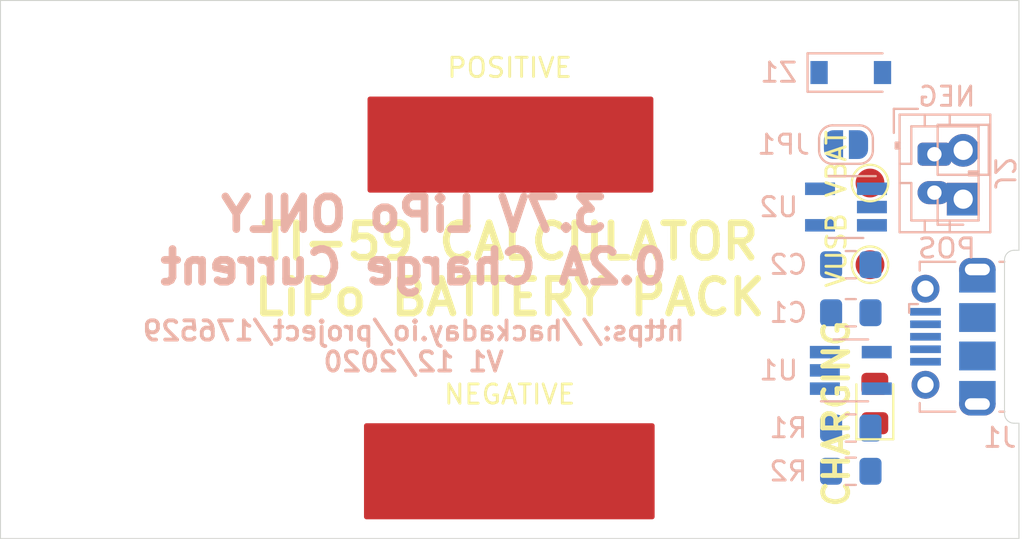
<source format=kicad_pcb>
(kicad_pcb (version 20171130) (host pcbnew "(5.1.6)-1")

  (general
    (thickness 1.6)
    (drawings 119)
    (tracks 0)
    (zones 0)
    (modules 18)
    (nets 9)
  )

  (page A4)
  (layers
    (0 F.Cu signal hide)
    (31 B.Cu signal)
    (32 B.Adhes user hide)
    (33 F.Adhes user hide)
    (34 B.Paste user hide)
    (35 F.Paste user hide)
    (36 B.SilkS user)
    (37 F.SilkS user hide)
    (38 B.Mask user hide)
    (39 F.Mask user hide)
    (40 Dwgs.User user hide)
    (41 Cmts.User user hide)
    (42 Eco1.User user hide)
    (43 Eco2.User user hide)
    (44 Edge.Cuts user)
    (45 Margin user hide)
    (46 B.CrtYd user hide)
    (47 F.CrtYd user hide)
    (48 B.Fab user hide)
    (49 F.Fab user hide)
  )

  (setup
    (last_trace_width 0.25)
    (user_trace_width 0.35)
    (user_trace_width 0.5)
    (user_trace_width 0.7)
    (user_trace_width 1)
    (user_trace_width 1.25)
    (user_trace_width 1.5)
    (user_trace_width 2)
    (trace_clearance 0.2)
    (zone_clearance 0.508)
    (zone_45_only no)
    (trace_min 0.2)
    (via_size 0.8)
    (via_drill 0.4)
    (via_min_size 0.4)
    (via_min_drill 0.3)
    (user_via 1 0.5)
    (user_via 1.4 0.7)
    (uvia_size 0.3)
    (uvia_drill 0.1)
    (uvias_allowed no)
    (uvia_min_size 0.2)
    (uvia_min_drill 0.1)
    (edge_width 0.05)
    (segment_width 0.2)
    (pcb_text_width 0.3)
    (pcb_text_size 1.5 1.5)
    (mod_edge_width 0.12)
    (mod_text_size 1 1)
    (mod_text_width 0.15)
    (pad_size 0.4 1.6)
    (pad_drill 0)
    (pad_to_mask_clearance 0.05)
    (aux_axis_origin 0 0)
    (grid_origin 150 78)
    (visible_elements 7FFFFFFF)
    (pcbplotparams
      (layerselection 0x010fc_ffffffff)
      (usegerberextensions false)
      (usegerberattributes true)
      (usegerberadvancedattributes true)
      (creategerberjobfile true)
      (excludeedgelayer true)
      (linewidth 0.100000)
      (plotframeref false)
      (viasonmask false)
      (mode 1)
      (useauxorigin false)
      (hpglpennumber 1)
      (hpglpenspeed 20)
      (hpglpendiameter 15.000000)
      (psnegative false)
      (psa4output false)
      (plotreference true)
      (plotvalue true)
      (plotinvisibletext false)
      (padsonsilk false)
      (subtractmaskfromsilk false)
      (outputformat 1)
      (mirror false)
      (drillshape 1)
      (scaleselection 1)
      (outputdirectory ""))
  )

  (net 0 "")
  (net 1 GND)
  (net 2 "Net-(D1-Pad1)")
  (net 3 "Net-(J1-Pad2)")
  (net 4 "Net-(R1-Pad1)")
  (net 5 "Net-(R2-Pad1)")
  (net 6 /VUSB)
  (net 7 /VBAT)
  (net 8 /POS)

  (net_class Default "This is the default net class."
    (clearance 0.2)
    (trace_width 0.25)
    (via_dia 0.8)
    (via_drill 0.4)
    (uvia_dia 0.3)
    (uvia_drill 0.1)
    (add_net /POS)
    (add_net /VBAT)
    (add_net /VUSB)
    (add_net GND)
    (add_net "Net-(D1-Pad1)")
    (add_net "Net-(J1-Pad2)")
    (add_net "Net-(R1-Pad1)")
    (add_net "Net-(R2-Pad1)")
  )

  (module LED_SMD:LED_0805_2012Metric_Pad1.15x1.40mm_HandSolder (layer F.Cu) (tedit 5B4B45C9) (tstamp 5FE3D590)
    (at 169 82.975 90)
    (descr "LED SMD 0805 (2012 Metric), square (rectangular) end terminal, IPC_7351 nominal, (Body size source: https://docs.google.com/spreadsheets/d/1BsfQQcO9C6DZCsRaXUlFlo91Tg2WpOkGARC1WS5S8t0/edit?usp=sharing), generated with kicad-footprint-generator")
    (tags "LED handsolder")
    (path /5FA329BC)
    (attr smd)
    (fp_text reference D1 (at 3.25 0 270) (layer F.SilkS) hide
      (effects (font (size 1 1) (thickness 0.15)))
    )
    (fp_text value LED (at 0 2.145 270) (layer F.Fab)
      (effects (font (size 1 1) (thickness 0.15)))
    )
    (fp_line (start 1.85 0.95) (end -1.85 0.95) (layer F.CrtYd) (width 0.05))
    (fp_line (start 1.85 -0.95) (end 1.85 0.95) (layer F.CrtYd) (width 0.05))
    (fp_line (start -1.85 -0.95) (end 1.85 -0.95) (layer F.CrtYd) (width 0.05))
    (fp_line (start -1.85 0.95) (end -1.85 -0.95) (layer F.CrtYd) (width 0.05))
    (fp_line (start -1.86 0.96) (end 1 0.96) (layer F.SilkS) (width 0.12))
    (fp_line (start -1.86 -0.96) (end -1.86 0.96) (layer F.SilkS) (width 0.12))
    (fp_line (start 1 -0.96) (end -1.86 -0.96) (layer F.SilkS) (width 0.12))
    (fp_line (start 1 0.6) (end 1 -0.6) (layer F.Fab) (width 0.1))
    (fp_line (start -1 0.6) (end 1 0.6) (layer F.Fab) (width 0.1))
    (fp_line (start -1 -0.3) (end -1 0.6) (layer F.Fab) (width 0.1))
    (fp_line (start -0.7 -0.6) (end -1 -0.3) (layer F.Fab) (width 0.1))
    (fp_line (start 1 -0.6) (end -0.7 -0.6) (layer F.Fab) (width 0.1))
    (fp_text user %R (at 0 0 270) (layer F.Fab)
      (effects (font (size 0.8 0.8) (thickness 0.12)))
    )
    (pad 2 smd roundrect (at 1.025 0 90) (size 1.15 1.4) (layers F.Cu F.Paste F.Mask) (roundrect_rratio 0.217391)
      (net 6 /VUSB))
    (pad 1 smd roundrect (at -1.025 0 90) (size 1.15 1.4) (layers F.Cu F.Paste F.Mask) (roundrect_rratio 0.217391)
      (net 2 "Net-(D1-Pad1)"))
    (model ${KISYS3DMOD}/LED_SMD.3dshapes/LED_0805_2012Metric.wrl
      (at (xyz 0 0 0))
      (scale (xyz 1 1 1))
      (rotate (xyz 0 0 0))
    )
  )

  (module MountingHole:MountingHole_2mm (layer F.Cu) (tedit 5B924920) (tstamp 5FE15CB5)
    (at 173.75 87.75)
    (descr "Mounting Hole 2mm, no annular")
    (tags "mounting hole 2mm no annular")
    (path /5FA6D864)
    (attr virtual)
    (fp_text reference H1 (at 0 -2.5) (layer F.SilkS) hide
      (effects (font (size 1 1) (thickness 0.15)))
    )
    (fp_text value MountingHole (at 0 3.1) (layer F.Fab)
      (effects (font (size 1 1) (thickness 0.15)))
    )
    (fp_circle (center 0 0) (end 2.25 0) (layer F.CrtYd) (width 0.05))
    (fp_circle (center 0 0) (end 2 0) (layer Cmts.User) (width 0.15))
    (fp_text user %R (at 0.3 0) (layer F.Fab)
      (effects (font (size 1 1) (thickness 0.15)))
    )
    (pad "" np_thru_hole circle (at 0 0) (size 2 2) (drill 2) (layers *.Cu *.Mask))
  )

  (module MountingHole:MountingHole_2mm (layer F.Cu) (tedit 5B924920) (tstamp 5FE16267)
    (at 126.15 64.25)
    (descr "Mounting Hole 2mm, no annular")
    (tags "mounting hole 2mm no annular")
    (path /5FA6FD8A)
    (attr virtual)
    (fp_text reference H2 (at 0.1 2.5) (layer F.SilkS) hide
      (effects (font (size 1 1) (thickness 0.15)))
    )
    (fp_text value MountingHole (at 0 3.1) (layer F.Fab)
      (effects (font (size 1 1) (thickness 0.15)))
    )
    (fp_circle (center 0 0) (end 2.25 0) (layer F.CrtYd) (width 0.05))
    (fp_circle (center 0 0) (end 2 0) (layer Cmts.User) (width 0.15))
    (fp_text user %R (at 0.3 0) (layer F.Fab)
      (effects (font (size 1 1) (thickness 0.15)))
    )
    (pad "" np_thru_hole circle (at 0 0) (size 2 2) (drill 2) (layers *.Cu *.Mask))
  )

  (module TestPoint:TestPoint_Pad_D1.5mm (layer F.Cu) (tedit 5A0F774F) (tstamp 5FE3D651)
    (at 168.75 75.75)
    (descr "SMD pad as test Point, diameter 1.5mm")
    (tags "test point SMD pad")
    (path /5FA6481C)
    (attr virtual)
    (fp_text reference TP1 (at -2.5 0) (layer F.SilkS) hide
      (effects (font (size 1 1) (thickness 0.15)))
    )
    (fp_text value VUSB (at 0 2) (layer F.Fab) hide
      (effects (font (size 1 1) (thickness 0.15)))
    )
    (fp_circle (center 0 0) (end 1.25 0) (layer F.CrtYd) (width 0.05))
    (fp_circle (center 0 0) (end 0 0.95) (layer F.SilkS) (width 0.12))
    (fp_text user %R (at 0 -1.75) (layer F.Fab)
      (effects (font (size 1 1) (thickness 0.15)))
    )
    (fp_text user %V (at -1.75 -0.75 270) (layer F.SilkS)
      (effects (font (size 1 1) (thickness 0.15)))
    )
    (pad 1 smd circle (at 0 0) (size 1.5 1.5) (layers F.Cu F.Mask)
      (net 6 /VUSB))
  )

  (module TestPoint:TestPoint_Pad_D1.5mm (layer F.Cu) (tedit 5A0F774F) (tstamp 5FA4DD4B)
    (at 168.75 71.5 270)
    (descr "SMD pad as test Point, diameter 1.5mm")
    (tags "test point SMD pad")
    (path /5FA6BB86)
    (attr virtual)
    (fp_text reference TP2 (at 0 2.5) (layer F.SilkS) hide
      (effects (font (size 1 1) (thickness 0.15)))
    )
    (fp_text value VBAT (at 1.75 0 180) (layer F.Fab)
      (effects (font (size 1 1) (thickness 0.15)))
    )
    (fp_circle (center 0 0) (end 1.25 0) (layer F.CrtYd) (width 0.05))
    (fp_circle (center 0 0) (end 0 0.95) (layer F.SilkS) (width 0.12))
    (fp_text user %R (at -1.75 0 180) (layer F.Fab) hide
      (effects (font (size 1 1) (thickness 0.15)))
    )
    (fp_text user %V (at -1 1.75 90) (layer F.SilkS)
      (effects (font (size 1 1) (thickness 0.15)))
    )
    (pad 1 smd circle (at 0 0 270) (size 1.5 1.5) (layers F.Cu F.Mask)
      (net 7 /VBAT))
  )

  (module Connector_USB:USB_Micro-B_Molex-105017-0001 (layer B.Cu) (tedit 5FCA4985) (tstamp 5FE16B3C)
    (at 173.1 79.5 270)
    (descr http://www.molex.com/pdm_docs/sd/1050170001_sd.pdf)
    (tags "Micro-USB SMD Typ-B")
    (path /5FA30285)
    (attr smd)
    (fp_text reference J1 (at 5.25 -2.4 180) (layer B.SilkS)
      (effects (font (size 1 1) (thickness 0.15)) (justify mirror))
    )
    (fp_text value USB_B_Micro (at 0.25 -4.5 90) (layer B.Fab)
      (effects (font (size 1 1) (thickness 0.15)) (justify mirror))
    )
    (fp_line (start -1.1 2.1225) (end -1.1 1.9125) (layer B.Fab) (width 0.1))
    (fp_line (start -1.5 2.1225) (end -1.5 1.9125) (layer B.Fab) (width 0.1))
    (fp_line (start -1.5 2.1225) (end -1.1 2.1225) (layer B.Fab) (width 0.1))
    (fp_line (start -1.1 1.9125) (end -1.3 1.7125) (layer B.Fab) (width 0.1))
    (fp_line (start -1.3 1.7125) (end -1.5 1.9125) (layer B.Fab) (width 0.1))
    (fp_line (start -1.7 2.3125) (end -1.7 1.8625) (layer B.SilkS) (width 0.12))
    (fp_line (start -1.7 2.3125) (end -1.25 2.3125) (layer B.SilkS) (width 0.12))
    (fp_line (start 3.9 1.7625) (end 3.45 1.7625) (layer B.SilkS) (width 0.12))
    (fp_line (start 3.9 -0.0875) (end 3.9 1.7625) (layer B.SilkS) (width 0.12))
    (fp_line (start -3.9 -2.6375) (end -3.9 -2.3875) (layer B.SilkS) (width 0.12))
    (fp_line (start -3.75 -3.3875) (end -3.75 1.6125) (layer B.Fab) (width 0.1))
    (fp_line (start -3.75 1.6125) (end 3.75 1.6125) (layer B.Fab) (width 0.1))
    (fp_line (start -3.75 -3.389204) (end 3.75 -3.389204) (layer B.Fab) (width 0.1))
    (fp_line (start -3 -2.689204) (end 3 -2.689204) (layer B.Fab) (width 0.1))
    (fp_line (start 3.75 -3.3875) (end 3.75 1.6125) (layer B.Fab) (width 0.1))
    (fp_line (start 3.9 -2.6375) (end 3.9 -2.3875) (layer B.SilkS) (width 0.12))
    (fp_line (start -3.9 -0.0875) (end -3.9 1.7625) (layer B.SilkS) (width 0.12))
    (fp_line (start -3.9 1.7625) (end -3.45 1.7625) (layer B.SilkS) (width 0.12))
    (fp_line (start -4.4 -3.64) (end -4.4 2.46) (layer B.CrtYd) (width 0.05))
    (fp_line (start -4.4 2.46) (end 4.4 2.46) (layer B.CrtYd) (width 0.05))
    (fp_line (start 4.4 2.46) (end 4.4 -3.64) (layer B.CrtYd) (width 0.05))
    (fp_line (start -4.4 -3.64) (end 4.4 -3.64) (layer B.CrtYd) (width 0.05))
    (fp_text user "PCB Edge" (at 0 -2.6875 90) (layer B.Fab)
      (effects (font (size 0.5 0.5) (thickness 0.08)))
    )
    (fp_text user %R (at 0 -0.8875 90) (layer B.Fab)
      (effects (font (size 1 1) (thickness 0.15)) (justify mirror))
    )
    (pad 6 smd rect (at 1 -1.2375 270) (size 1.5 1.9) (layers B.Cu B.Paste B.Mask)
      (net 1 GND))
    (pad 6 thru_hole circle (at -2.5 1.4625 270) (size 1.45 1.45) (drill 0.85) (layers *.Cu *.Mask)
      (net 1 GND))
    (pad 2 smd rect (at -0.65 1.4625 270) (size 0.4 1.6) (layers B.Cu B.Paste B.Mask)
      (net 3 "Net-(J1-Pad2)"))
    (pad 1 smd rect (at -1.3 1.4625 270) (size 0.4 1.6) (layers B.Cu B.Paste B.Mask)
      (net 6 /VUSB))
    (pad 5 smd rect (at 1.3 1.4625 270) (size 0.4 1.6) (layers B.Cu B.Paste B.Mask)
      (net 1 GND))
    (pad 4 smd rect (at 0.65 1.4625 270) (size 0.4 1.6) (layers B.Cu B.Paste B.Mask)
      (net 1 GND))
    (pad 3 smd rect (at 0 1.4625 270) (size 0.4 1.6) (layers B.Cu B.Paste B.Mask)
      (net 3 "Net-(J1-Pad2)"))
    (pad 6 thru_hole circle (at 2.5 1.4625 270) (size 1.45 1.45) (drill 0.85) (layers *.Cu *.Mask)
      (net 1 GND))
    (pad 6 smd rect (at -1 -1.2375 270) (size 1.5 1.9) (layers B.Cu B.Paste B.Mask)
      (net 1 GND))
    (pad 6 thru_hole oval (at -3.5 -1.2375 90) (size 1.2 1.9) (drill oval 0.6 1.3) (layers *.Cu *.Mask)
      (net 1 GND))
    (pad 6 thru_hole oval (at 3.5 -1.2375 270) (size 1.2 1.9) (drill oval 0.6 1.3) (layers *.Cu *.Mask)
      (net 1 GND))
    (pad 6 smd rect (at 2.9 -1.2375 270) (size 1.2 1.9) (layers B.Cu B.Mask)
      (net 1 GND))
    (pad 6 smd rect (at -2.9 -1.2375 270) (size 1.2 1.9) (layers B.Cu B.Mask)
      (net 1 GND))
    (model ${KIPRJMOD}/105017-0001_stp/1050170001.stp
      (offset (xyz 0 -1 1.2))
      (scale (xyz 1 1 1))
      (rotate (xyz 90 180 180))
    )
  )

  (module Jumper:SolderJumper-2_P1.3mm_Open_RoundedPad1.0x1.5mm (layer B.Cu) (tedit 5B391E66) (tstamp 5FE3D152)
    (at 167.5 69.5 180)
    (descr "SMD Solder Jumper, 1x1.5mm, rounded Pads, 0.3mm gap, open")
    (tags "solder jumper open")
    (path /5FC68823)
    (attr virtual)
    (fp_text reference JP1 (at 3.25 0) (layer B.SilkS)
      (effects (font (size 1 1) (thickness 0.15)) (justify mirror))
    )
    (fp_text value BYPASS (at 3.15 0) (layer B.Fab)
      (effects (font (size 0.5 0.5) (thickness 0.08)) (justify mirror))
    )
    (fp_line (start 1.65 -1.25) (end -1.65 -1.25) (layer B.CrtYd) (width 0.05))
    (fp_line (start 1.65 -1.25) (end 1.65 1.25) (layer B.CrtYd) (width 0.05))
    (fp_line (start -1.65 1.25) (end -1.65 -1.25) (layer B.CrtYd) (width 0.05))
    (fp_line (start -1.65 1.25) (end 1.65 1.25) (layer B.CrtYd) (width 0.05))
    (fp_line (start -0.7 1) (end 0.7 1) (layer B.SilkS) (width 0.12))
    (fp_line (start 1.4 0.3) (end 1.4 -0.3) (layer B.SilkS) (width 0.12))
    (fp_line (start 0.7 -1) (end -0.7 -1) (layer B.SilkS) (width 0.12))
    (fp_line (start -1.4 -0.3) (end -1.4 0.3) (layer B.SilkS) (width 0.12))
    (fp_arc (start 0.7 0.3) (end 1.4 0.3) (angle 90) (layer B.SilkS) (width 0.12))
    (fp_arc (start 0.7 -0.3) (end 0.7 -1) (angle 90) (layer B.SilkS) (width 0.12))
    (fp_arc (start -0.7 -0.3) (end -1.4 -0.3) (angle 90) (layer B.SilkS) (width 0.12))
    (fp_arc (start -0.7 0.3) (end -0.7 1) (angle 90) (layer B.SilkS) (width 0.12))
    (pad 1 smd custom (at -0.65 0 180) (size 1 0.5) (layers B.Cu B.Mask)
      (net 7 /VBAT) (zone_connect 2)
      (options (clearance outline) (anchor rect))
      (primitives
        (gr_circle (center 0 -0.25) (end 0.5 -0.25) (width 0))
        (gr_circle (center 0 0.25) (end 0.5 0.25) (width 0))
        (gr_poly (pts
           (xy 0 0.75) (xy 0.5 0.75) (xy 0.5 -0.75) (xy 0 -0.75)) (width 0))
      ))
    (pad 2 smd custom (at 0.65 0 180) (size 1 0.5) (layers B.Cu B.Mask)
      (net 8 /POS) (zone_connect 2)
      (options (clearance outline) (anchor rect))
      (primitives
        (gr_circle (center 0 -0.25) (end 0.5 -0.25) (width 0))
        (gr_circle (center 0 0.25) (end 0.5 0.25) (width 0))
        (gr_poly (pts
           (xy 0 0.75) (xy -0.5 0.75) (xy -0.5 -0.75) (xy 0 -0.75)) (width 0))
      ))
  )

  (module Diode_SMD:D_SOD-123 (layer B.Cu) (tedit 58645DC7) (tstamp 5FCACDF4)
    (at 167.75 65.75)
    (descr SOD-123)
    (tags SOD-123)
    (path /5FBFFFE1)
    (attr smd)
    (fp_text reference Z1 (at -3.75 0) (layer B.SilkS)
      (effects (font (size 1 1) (thickness 0.15)) (justify mirror))
    )
    (fp_text value MMBZ5231 (at -4.75 0) (layer B.Fab)
      (effects (font (size 0.5 0.5) (thickness 0.08)) (justify mirror))
    )
    (fp_line (start -2.25 1) (end 1.65 1) (layer B.SilkS) (width 0.12))
    (fp_line (start -2.25 -1) (end 1.65 -1) (layer B.SilkS) (width 0.12))
    (fp_line (start -2.35 1.15) (end -2.35 -1.15) (layer B.CrtYd) (width 0.05))
    (fp_line (start 2.35 -1.15) (end -2.35 -1.15) (layer B.CrtYd) (width 0.05))
    (fp_line (start 2.35 1.15) (end 2.35 -1.15) (layer B.CrtYd) (width 0.05))
    (fp_line (start -2.35 1.15) (end 2.35 1.15) (layer B.CrtYd) (width 0.05))
    (fp_line (start -1.4 0.9) (end 1.4 0.9) (layer B.Fab) (width 0.1))
    (fp_line (start 1.4 0.9) (end 1.4 -0.9) (layer B.Fab) (width 0.1))
    (fp_line (start 1.4 -0.9) (end -1.4 -0.9) (layer B.Fab) (width 0.1))
    (fp_line (start -1.4 -0.9) (end -1.4 0.9) (layer B.Fab) (width 0.1))
    (fp_line (start -0.75 0) (end -0.35 0) (layer B.Fab) (width 0.1))
    (fp_line (start -0.35 0) (end -0.35 0.55) (layer B.Fab) (width 0.1))
    (fp_line (start -0.35 0) (end -0.35 -0.55) (layer B.Fab) (width 0.1))
    (fp_line (start -0.35 0) (end 0.25 0.4) (layer B.Fab) (width 0.1))
    (fp_line (start 0.25 0.4) (end 0.25 -0.4) (layer B.Fab) (width 0.1))
    (fp_line (start 0.25 -0.4) (end -0.35 0) (layer B.Fab) (width 0.1))
    (fp_line (start 0.25 0) (end 0.75 0) (layer B.Fab) (width 0.1))
    (fp_line (start -2.25 1) (end -2.25 -1) (layer B.SilkS) (width 0.12))
    (fp_text user %R (at -0.5 -2) (layer B.Fab)
      (effects (font (size 1 1) (thickness 0.15)) (justify mirror))
    )
    (pad 1 smd rect (at -1.65 0) (size 0.9 1.2) (layers B.Cu B.Paste B.Mask)
      (net 8 /POS))
    (pad 2 smd rect (at 1.65 0) (size 0.9 1.2) (layers B.Cu B.Paste B.Mask)
      (net 1 GND))
    (model ${KISYS3DMOD}/Diode_SMD.3dshapes/D_SOD-123.wrl
      (at (xyz 0 0 0))
      (scale (xyz 1 1 1))
      (rotate (xyz 0 0 0))
    )
  )

  (module Connector_JST:JST_PH_B2B-PH-K_1x02_P2.00mm_Vertical (layer B.Cu) (tedit 5B7745C2) (tstamp 5FE16A6E)
    (at 172.1 70 270)
    (descr "JST PH series connector, B2B-PH-K (http://www.jst-mfg.com/product/pdf/eng/ePH.pdf), generated with kicad-footprint-generator")
    (tags "connector JST PH side entry")
    (path /5FA46519)
    (fp_text reference J2 (at 1 -3.65 270 unlocked) (layer B.SilkS)
      (effects (font (size 1 1) (thickness 0.15)) (justify mirror))
    )
    (fp_text value "JST PH 2mm" (at -3.5 1.1 90) (layer B.Fab)
      (effects (font (size 0.5 0.5) (thickness 0.08)) (justify mirror))
    )
    (fp_line (start 4.45 2.2) (end -2.45 2.2) (layer B.CrtYd) (width 0.05))
    (fp_line (start 4.45 -3.3) (end 4.45 2.2) (layer B.CrtYd) (width 0.05))
    (fp_line (start -2.45 -3.3) (end 4.45 -3.3) (layer B.CrtYd) (width 0.05))
    (fp_line (start -2.45 2.2) (end -2.45 -3.3) (layer B.CrtYd) (width 0.05))
    (fp_line (start 3.95 1.7) (end -1.95 1.7) (layer B.Fab) (width 0.1))
    (fp_line (start 3.95 -2.8) (end 3.95 1.7) (layer B.Fab) (width 0.1))
    (fp_line (start -1.95 -2.8) (end 3.95 -2.8) (layer B.Fab) (width 0.1))
    (fp_line (start -1.95 1.7) (end -1.95 -2.8) (layer B.Fab) (width 0.1))
    (fp_line (start -2.36 2.11) (end -2.36 0.86) (layer B.Fab) (width 0.1))
    (fp_line (start -1.11 2.11) (end -2.36 2.11) (layer B.Fab) (width 0.1))
    (fp_line (start -2.36 2.11) (end -2.36 0.86) (layer B.SilkS) (width 0.12))
    (fp_line (start -1.11 2.11) (end -2.36 2.11) (layer B.SilkS) (width 0.12))
    (fp_line (start 1 -2.3) (end 1 -1.8) (layer B.SilkS) (width 0.12))
    (fp_line (start 1.1 -1.8) (end 1.1 -2.3) (layer B.SilkS) (width 0.12))
    (fp_line (start 0.9 -1.8) (end 1.1 -1.8) (layer B.SilkS) (width 0.12))
    (fp_line (start 0.9 -2.3) (end 0.9 -1.8) (layer B.SilkS) (width 0.12))
    (fp_line (start 4.06 -0.8) (end 3.45 -0.8) (layer B.SilkS) (width 0.12))
    (fp_line (start 4.06 0.5) (end 3.45 0.5) (layer B.SilkS) (width 0.12))
    (fp_line (start -2.06 -0.8) (end -1.45 -0.8) (layer B.SilkS) (width 0.12))
    (fp_line (start -2.06 0.5) (end -1.45 0.5) (layer B.SilkS) (width 0.12))
    (fp_line (start 1.5 1.2) (end 1.5 1.81) (layer B.SilkS) (width 0.12))
    (fp_line (start 3.45 1.2) (end 1.5 1.2) (layer B.SilkS) (width 0.12))
    (fp_line (start 3.45 -2.3) (end 3.45 1.2) (layer B.SilkS) (width 0.12))
    (fp_line (start -1.45 -2.3) (end 3.45 -2.3) (layer B.SilkS) (width 0.12))
    (fp_line (start -1.45 1.2) (end -1.45 -2.3) (layer B.SilkS) (width 0.12))
    (fp_line (start 0.5 1.2) (end -1.45 1.2) (layer B.SilkS) (width 0.12))
    (fp_line (start 0.5 1.81) (end 0.5 1.2) (layer B.SilkS) (width 0.12))
    (fp_line (start -0.3 1.91) (end -0.6 1.91) (layer B.SilkS) (width 0.12))
    (fp_line (start -0.6 2.01) (end -0.6 1.81) (layer B.SilkS) (width 0.12))
    (fp_line (start -0.3 2.01) (end -0.6 2.01) (layer B.SilkS) (width 0.12))
    (fp_line (start -0.3 1.81) (end -0.3 2.01) (layer B.SilkS) (width 0.12))
    (fp_line (start 4.06 1.81) (end -2.06 1.81) (layer B.SilkS) (width 0.12))
    (fp_line (start 4.06 -2.91) (end 4.06 1.81) (layer B.SilkS) (width 0.12))
    (fp_line (start -2.06 -2.91) (end 4.06 -2.91) (layer B.SilkS) (width 0.12))
    (fp_line (start -2.06 1.81) (end -2.06 -2.91) (layer B.SilkS) (width 0.12))
    (fp_text user %R (at 1 -1.5 90) (layer B.Fab)
      (effects (font (size 1 1) (thickness 0.15)) (justify mirror))
    )
    (pad 1 thru_hole roundrect (at 0 0 270) (size 1.2 1.75) (drill 0.75) (layers *.Cu *.Mask) (roundrect_rratio 0.208333)
      (net 1 GND))
    (pad 2 thru_hole oval (at 2 0 270) (size 1.2 1.75) (drill 0.75) (layers *.Cu *.Mask)
      (net 7 /VBAT))
    (model ${KISYS3DMOD}/Connector_JST.3dshapes/JST_PH_B2B-PH-K_1x02_P2.00mm_Vertical.wrl
      (at (xyz 0 0 0))
      (scale (xyz 1 1 1))
      (rotate (xyz 0 0 0))
    )
  )

  (module Connector_PinHeader_2.54mm:PinHeader_1x02_P2.54mm_Vertical (layer B.Cu) (tedit 59FED5CC) (tstamp 5FCA6D78)
    (at 173.6 72.34)
    (descr "Through hole straight pin header, 1x02, 2.54mm pitch, single row")
    (tags "Through hole pin header THT 1x02 2.54mm single row")
    (path /5FA5D61E)
    (fp_text reference J3 (at 0 2.33) (layer B.SilkS) hide
      (effects (font (size 1 1) (thickness 0.15)) (justify mirror))
    )
    (fp_text value 2.54mm (at 0.65 -5.84 90) (layer B.Fab)
      (effects (font (size 0.5 0.5) (thickness 0.08)) (justify mirror))
    )
    (fp_line (start 1.8 1.8) (end -1.8 1.8) (layer B.CrtYd) (width 0.05))
    (fp_line (start 1.8 -4.35) (end 1.8 1.8) (layer B.CrtYd) (width 0.05))
    (fp_line (start -1.8 -4.35) (end 1.8 -4.35) (layer B.CrtYd) (width 0.05))
    (fp_line (start -1.8 1.8) (end -1.8 -4.35) (layer B.CrtYd) (width 0.05))
    (fp_line (start -1.33 1.33) (end 0 1.33) (layer B.SilkS) (width 0.12))
    (fp_line (start -1.33 0) (end -1.33 1.33) (layer B.SilkS) (width 0.12))
    (fp_line (start -1.33 -1.27) (end 1.33 -1.27) (layer B.SilkS) (width 0.12))
    (fp_line (start 1.33 -1.27) (end 1.33 -3.87) (layer B.SilkS) (width 0.12))
    (fp_line (start -1.33 -1.27) (end -1.33 -3.87) (layer B.SilkS) (width 0.12))
    (fp_line (start -1.33 -3.87) (end 1.33 -3.87) (layer B.SilkS) (width 0.12))
    (fp_line (start -1.27 0.635) (end -0.635 1.27) (layer B.Fab) (width 0.1))
    (fp_line (start -1.27 -3.81) (end -1.27 0.635) (layer B.Fab) (width 0.1))
    (fp_line (start 1.27 -3.81) (end -1.27 -3.81) (layer B.Fab) (width 0.1))
    (fp_line (start 1.27 1.27) (end 1.27 -3.81) (layer B.Fab) (width 0.1))
    (fp_line (start -0.635 1.27) (end 1.27 1.27) (layer B.Fab) (width 0.1))
    (fp_text user %R (at 0 -1.27 270) (layer B.Fab)
      (effects (font (size 1 1) (thickness 0.15)) (justify mirror))
    )
    (pad 1 thru_hole rect (at 0 0) (size 1.7 1.7) (drill 1) (layers *.Cu *.Mask)
      (net 7 /VBAT))
    (pad 2 thru_hole oval (at 0 -2.54) (size 1.7 1.7) (drill 1) (layers *.Cu *.Mask)
      (net 1 GND))
    (model ${KISYS3DMOD}/Connector_PinHeader_2.54mm.3dshapes/PinHeader_1x02_P2.54mm_Vertical.wrl
      (at (xyz 0 0 0))
      (scale (xyz 1 1 1))
      (rotate (xyz 0 0 0))
    )
  )

  (module MountingHole:MountingHole_2mm (layer F.Cu) (tedit 5B924920) (tstamp 5FE161D8)
    (at 126 87.75)
    (descr "Mounting Hole 2mm, no annular")
    (tags "mounting hole 2mm no annular")
    (path /5FE17461)
    (attr virtual)
    (fp_text reference H3 (at 0 -2.5) (layer F.SilkS) hide
      (effects (font (size 1 1) (thickness 0.15)))
    )
    (fp_text value MountingHole (at 0 3.1) (layer F.Fab)
      (effects (font (size 1 1) (thickness 0.15)))
    )
    (fp_circle (center 0 0) (end 2 0) (layer Cmts.User) (width 0.15))
    (fp_circle (center 0 0) (end 2.25 0) (layer F.CrtYd) (width 0.05))
    (fp_text user %R (at 0.3 0) (layer F.Fab)
      (effects (font (size 1 1) (thickness 0.15)))
    )
    (pad "" np_thru_hole circle (at 0 0) (size 2 2) (drill 2) (layers *.Cu *.Mask))
  )

  (module MountingHole:MountingHole_2mm (layer F.Cu) (tedit 5B924920) (tstamp 5FE161E0)
    (at 173.75 64.25)
    (descr "Mounting Hole 2mm, no annular")
    (tags "mounting hole 2mm no annular")
    (path /5FE17467)
    (attr virtual)
    (fp_text reference H4 (at 0 2.5) (layer F.SilkS) hide
      (effects (font (size 1 1) (thickness 0.15)))
    )
    (fp_text value MountingHole (at 0 3.1) (layer F.Fab)
      (effects (font (size 1 1) (thickness 0.15)))
    )
    (fp_circle (center 0 0) (end 2.25 0) (layer F.CrtYd) (width 0.05))
    (fp_circle (center 0 0) (end 2 0) (layer Cmts.User) (width 0.15))
    (fp_text user %R (at 0.3 0) (layer F.Fab)
      (effects (font (size 1 1) (thickness 0.15)))
    )
    (pad "" np_thru_hole circle (at 0 0) (size 2 2) (drill 2) (layers *.Cu *.Mask))
  )

  (module Capacitor_SMD:C_0805_2012Metric_Pad1.15x1.40mm_HandSolder (layer B.Cu) (tedit 5B36C52B) (tstamp 5FE80DB3)
    (at 167.75 78.25 180)
    (descr "Capacitor SMD 0805 (2012 Metric), square (rectangular) end terminal, IPC_7351 nominal with elongated pad for handsoldering. (Body size source: https://docs.google.com/spreadsheets/d/1BsfQQcO9C6DZCsRaXUlFlo91Tg2WpOkGARC1WS5S8t0/edit?usp=sharing), generated with kicad-footprint-generator")
    (tags "capacitor handsolder")
    (path /5FA386FD)
    (attr smd)
    (fp_text reference C1 (at 3.25 0) (layer B.SilkS)
      (effects (font (size 1 1) (thickness 0.15)) (justify mirror))
    )
    (fp_text value 4.7uF (at 0 -1.65) (layer B.Fab)
      (effects (font (size 1 1) (thickness 0.15)) (justify mirror))
    )
    (fp_text user %R (at 0 0) (layer B.Fab)
      (effects (font (size 0.5 0.5) (thickness 0.08)) (justify mirror))
    )
    (fp_line (start -1 -0.6) (end -1 0.6) (layer B.Fab) (width 0.1))
    (fp_line (start -1 0.6) (end 1 0.6) (layer B.Fab) (width 0.1))
    (fp_line (start 1 0.6) (end 1 -0.6) (layer B.Fab) (width 0.1))
    (fp_line (start 1 -0.6) (end -1 -0.6) (layer B.Fab) (width 0.1))
    (fp_line (start -0.261252 0.71) (end 0.261252 0.71) (layer B.SilkS) (width 0.12))
    (fp_line (start -0.261252 -0.71) (end 0.261252 -0.71) (layer B.SilkS) (width 0.12))
    (fp_line (start -1.85 -0.95) (end -1.85 0.95) (layer B.CrtYd) (width 0.05))
    (fp_line (start -1.85 0.95) (end 1.85 0.95) (layer B.CrtYd) (width 0.05))
    (fp_line (start 1.85 0.95) (end 1.85 -0.95) (layer B.CrtYd) (width 0.05))
    (fp_line (start 1.85 -0.95) (end -1.85 -0.95) (layer B.CrtYd) (width 0.05))
    (pad 2 smd roundrect (at 1.025 0 180) (size 1.15 1.4) (layers B.Cu B.Paste B.Mask) (roundrect_rratio 0.217391)
      (net 1 GND))
    (pad 1 smd roundrect (at -1.025 0 180) (size 1.15 1.4) (layers B.Cu B.Paste B.Mask) (roundrect_rratio 0.217391)
      (net 6 /VUSB))
    (model ${KISYS3DMOD}/Capacitor_SMD.3dshapes/C_0805_2012Metric.wrl
      (at (xyz 0 0 0))
      (scale (xyz 1 1 1))
      (rotate (xyz 0 0 0))
    )
  )

  (module Capacitor_SMD:C_0805_2012Metric_Pad1.15x1.40mm_HandSolder (layer B.Cu) (tedit 5B36C52B) (tstamp 5FE80DC3)
    (at 167.75 75.75 180)
    (descr "Capacitor SMD 0805 (2012 Metric), square (rectangular) end terminal, IPC_7351 nominal with elongated pad for handsoldering. (Body size source: https://docs.google.com/spreadsheets/d/1BsfQQcO9C6DZCsRaXUlFlo91Tg2WpOkGARC1WS5S8t0/edit?usp=sharing), generated with kicad-footprint-generator")
    (tags "capacitor handsolder")
    (path /5FB54FB6)
    (attr smd)
    (fp_text reference C2 (at 3.25 0) (layer B.SilkS)
      (effects (font (size 1 1) (thickness 0.15)) (justify mirror))
    )
    (fp_text value 4.7uF (at 0 -1.65) (layer B.Fab)
      (effects (font (size 1 1) (thickness 0.15)) (justify mirror))
    )
    (fp_line (start 1.85 -0.95) (end -1.85 -0.95) (layer B.CrtYd) (width 0.05))
    (fp_line (start 1.85 0.95) (end 1.85 -0.95) (layer B.CrtYd) (width 0.05))
    (fp_line (start -1.85 0.95) (end 1.85 0.95) (layer B.CrtYd) (width 0.05))
    (fp_line (start -1.85 -0.95) (end -1.85 0.95) (layer B.CrtYd) (width 0.05))
    (fp_line (start -0.261252 -0.71) (end 0.261252 -0.71) (layer B.SilkS) (width 0.12))
    (fp_line (start -0.261252 0.71) (end 0.261252 0.71) (layer B.SilkS) (width 0.12))
    (fp_line (start 1 -0.6) (end -1 -0.6) (layer B.Fab) (width 0.1))
    (fp_line (start 1 0.6) (end 1 -0.6) (layer B.Fab) (width 0.1))
    (fp_line (start -1 0.6) (end 1 0.6) (layer B.Fab) (width 0.1))
    (fp_line (start -1 -0.6) (end -1 0.6) (layer B.Fab) (width 0.1))
    (fp_text user %R (at 0 0) (layer B.Fab)
      (effects (font (size 0.5 0.5) (thickness 0.08)) (justify mirror))
    )
    (pad 1 smd roundrect (at -1.025 0 180) (size 1.15 1.4) (layers B.Cu B.Paste B.Mask) (roundrect_rratio 0.217391)
      (net 7 /VBAT))
    (pad 2 smd roundrect (at 1.025 0 180) (size 1.15 1.4) (layers B.Cu B.Paste B.Mask) (roundrect_rratio 0.217391)
      (net 1 GND))
    (model ${KISYS3DMOD}/Capacitor_SMD.3dshapes/C_0805_2012Metric.wrl
      (at (xyz 0 0 0))
      (scale (xyz 1 1 1))
      (rotate (xyz 0 0 0))
    )
  )

  (module Resistor_SMD:R_0805_2012Metric_Pad1.15x1.40mm_HandSolder (layer B.Cu) (tedit 5B36C52B) (tstamp 5FE80E4D)
    (at 167.75 84.25 180)
    (descr "Resistor SMD 0805 (2012 Metric), square (rectangular) end terminal, IPC_7351 nominal with elongated pad for handsoldering. (Body size source: https://docs.google.com/spreadsheets/d/1BsfQQcO9C6DZCsRaXUlFlo91Tg2WpOkGARC1WS5S8t0/edit?usp=sharing), generated with kicad-footprint-generator")
    (tags "resistor handsolder")
    (path /5FA320F0)
    (attr smd)
    (fp_text reference R1 (at 3.25 0) (layer B.SilkS)
      (effects (font (size 1 1) (thickness 0.15)) (justify mirror))
    )
    (fp_text value 4.7K (at 0 -1.65) (layer B.Fab)
      (effects (font (size 1 1) (thickness 0.15)) (justify mirror))
    )
    (fp_line (start 1.85 -0.95) (end -1.85 -0.95) (layer B.CrtYd) (width 0.05))
    (fp_line (start 1.85 0.95) (end 1.85 -0.95) (layer B.CrtYd) (width 0.05))
    (fp_line (start -1.85 0.95) (end 1.85 0.95) (layer B.CrtYd) (width 0.05))
    (fp_line (start -1.85 -0.95) (end -1.85 0.95) (layer B.CrtYd) (width 0.05))
    (fp_line (start -0.261252 -0.71) (end 0.261252 -0.71) (layer B.SilkS) (width 0.12))
    (fp_line (start -0.261252 0.71) (end 0.261252 0.71) (layer B.SilkS) (width 0.12))
    (fp_line (start 1 -0.6) (end -1 -0.6) (layer B.Fab) (width 0.1))
    (fp_line (start 1 0.6) (end 1 -0.6) (layer B.Fab) (width 0.1))
    (fp_line (start -1 0.6) (end 1 0.6) (layer B.Fab) (width 0.1))
    (fp_line (start -1 -0.6) (end -1 0.6) (layer B.Fab) (width 0.1))
    (fp_text user %R (at 0 0) (layer B.Fab)
      (effects (font (size 0.5 0.5) (thickness 0.08)) (justify mirror))
    )
    (pad 1 smd roundrect (at -1.025 0 180) (size 1.15 1.4) (layers B.Cu B.Paste B.Mask) (roundrect_rratio 0.217391)
      (net 4 "Net-(R1-Pad1)"))
    (pad 2 smd roundrect (at 1.025 0 180) (size 1.15 1.4) (layers B.Cu B.Paste B.Mask) (roundrect_rratio 0.217391)
      (net 1 GND))
    (model ${KISYS3DMOD}/Resistor_SMD.3dshapes/R_0805_2012Metric.wrl
      (at (xyz 0 0 0))
      (scale (xyz 1 1 1))
      (rotate (xyz 0 0 0))
    )
  )

  (module Resistor_SMD:R_0805_2012Metric_Pad1.15x1.40mm_HandSolder (layer B.Cu) (tedit 5B36C52B) (tstamp 5FE80DE3)
    (at 167.75 86.5)
    (descr "Resistor SMD 0805 (2012 Metric), square (rectangular) end terminal, IPC_7351 nominal with elongated pad for handsoldering. (Body size source: https://docs.google.com/spreadsheets/d/1BsfQQcO9C6DZCsRaXUlFlo91Tg2WpOkGARC1WS5S8t0/edit?usp=sharing), generated with kicad-footprint-generator")
    (tags "resistor handsolder")
    (path /5FA33B5B)
    (attr smd)
    (fp_text reference R2 (at -3.25 0) (layer B.SilkS)
      (effects (font (size 1 1) (thickness 0.15)) (justify mirror))
    )
    (fp_text value 470 (at 0 -1.65) (layer B.Fab)
      (effects (font (size 1 1) (thickness 0.15)) (justify mirror))
    )
    (fp_text user %R (at 0 0) (layer B.Fab)
      (effects (font (size 0.5 0.5) (thickness 0.08)) (justify mirror))
    )
    (fp_line (start -1 -0.6) (end -1 0.6) (layer B.Fab) (width 0.1))
    (fp_line (start -1 0.6) (end 1 0.6) (layer B.Fab) (width 0.1))
    (fp_line (start 1 0.6) (end 1 -0.6) (layer B.Fab) (width 0.1))
    (fp_line (start 1 -0.6) (end -1 -0.6) (layer B.Fab) (width 0.1))
    (fp_line (start -0.261252 0.71) (end 0.261252 0.71) (layer B.SilkS) (width 0.12))
    (fp_line (start -0.261252 -0.71) (end 0.261252 -0.71) (layer B.SilkS) (width 0.12))
    (fp_line (start -1.85 -0.95) (end -1.85 0.95) (layer B.CrtYd) (width 0.05))
    (fp_line (start -1.85 0.95) (end 1.85 0.95) (layer B.CrtYd) (width 0.05))
    (fp_line (start 1.85 0.95) (end 1.85 -0.95) (layer B.CrtYd) (width 0.05))
    (fp_line (start 1.85 -0.95) (end -1.85 -0.95) (layer B.CrtYd) (width 0.05))
    (pad 2 smd roundrect (at 1.025 0) (size 1.15 1.4) (layers B.Cu B.Paste B.Mask) (roundrect_rratio 0.217391)
      (net 2 "Net-(D1-Pad1)"))
    (pad 1 smd roundrect (at -1.025 0) (size 1.15 1.4) (layers B.Cu B.Paste B.Mask) (roundrect_rratio 0.217391)
      (net 5 "Net-(R2-Pad1)"))
    (model ${KISYS3DMOD}/Resistor_SMD.3dshapes/R_0805_2012Metric.wrl
      (at (xyz 0 0 0))
      (scale (xyz 1 1 1))
      (rotate (xyz 0 0 0))
    )
  )

  (module Package_TO_SOT_SMD:SOT-23-5_HandSoldering (layer B.Cu) (tedit 5A0AB76C) (tstamp 5FE80DF3)
    (at 167.75 81.25)
    (descr "5-pin SOT23 package")
    (tags "SOT-23-5 hand-soldering")
    (path /5FA2FB74)
    (attr smd)
    (fp_text reference U1 (at -3.75 0) (layer B.SilkS)
      (effects (font (size 1 1) (thickness 0.15)) (justify mirror))
    )
    (fp_text value MCP73831-2-OT (at 0 -2.9) (layer B.Fab)
      (effects (font (size 1 1) (thickness 0.15)) (justify mirror))
    )
    (fp_line (start 2.38 -1.8) (end -2.38 -1.8) (layer B.CrtYd) (width 0.05))
    (fp_line (start 2.38 -1.8) (end 2.38 1.8) (layer B.CrtYd) (width 0.05))
    (fp_line (start -2.38 1.8) (end -2.38 -1.8) (layer B.CrtYd) (width 0.05))
    (fp_line (start -2.38 1.8) (end 2.38 1.8) (layer B.CrtYd) (width 0.05))
    (fp_line (start 0.9 1.55) (end 0.9 -1.55) (layer B.Fab) (width 0.1))
    (fp_line (start 0.9 -1.55) (end -0.9 -1.55) (layer B.Fab) (width 0.1))
    (fp_line (start -0.9 0.9) (end -0.9 -1.55) (layer B.Fab) (width 0.1))
    (fp_line (start 0.9 1.55) (end -0.25 1.55) (layer B.Fab) (width 0.1))
    (fp_line (start -0.9 0.9) (end -0.25 1.55) (layer B.Fab) (width 0.1))
    (fp_line (start 0.9 1.61) (end -1.55 1.61) (layer B.SilkS) (width 0.12))
    (fp_line (start -0.9 -1.61) (end 0.9 -1.61) (layer B.SilkS) (width 0.12))
    (fp_text user %R (at 0 0 -90) (layer B.Fab)
      (effects (font (size 0.5 0.5) (thickness 0.075)) (justify mirror))
    )
    (pad 1 smd rect (at -1.35 0.95) (size 1.56 0.65) (layers B.Cu B.Paste B.Mask)
      (net 5 "Net-(R2-Pad1)"))
    (pad 2 smd rect (at -1.35 0) (size 1.56 0.65) (layers B.Cu B.Paste B.Mask)
      (net 1 GND))
    (pad 3 smd rect (at -1.35 -0.95) (size 1.56 0.65) (layers B.Cu B.Paste B.Mask)
      (net 7 /VBAT))
    (pad 4 smd rect (at 1.35 -0.95) (size 1.56 0.65) (layers B.Cu B.Paste B.Mask)
      (net 6 /VUSB))
    (pad 5 smd rect (at 1.35 0.95) (size 1.56 0.65) (layers B.Cu B.Paste B.Mask)
      (net 4 "Net-(R1-Pad1)"))
    (model ${KISYS3DMOD}/Package_TO_SOT_SMD.3dshapes/SOT-23-5.wrl
      (at (xyz 0 0 0))
      (scale (xyz 1 1 1))
      (rotate (xyz 0 0 0))
    )
  )

  (module Package_TO_SOT_SMD:SOT-23-5_HandSoldering (layer B.Cu) (tedit 5A0AB76C) (tstamp 5FE80E07)
    (at 167.5 72.75 180)
    (descr "5-pin SOT23 package")
    (tags "SOT-23-5 hand-soldering")
    (path /5FBF563B)
    (attr smd)
    (fp_text reference U2 (at 3.5 0) (layer B.SilkS)
      (effects (font (size 1 1) (thickness 0.15)) (justify mirror))
    )
    (fp_text value MAX40203AUK (at 0 -2.9) (layer B.Fab)
      (effects (font (size 1 1) (thickness 0.15)) (justify mirror))
    )
    (fp_text user %R (at 0 0 270) (layer B.Fab)
      (effects (font (size 0.5 0.5) (thickness 0.075)) (justify mirror))
    )
    (fp_line (start -0.9 -1.61) (end 0.9 -1.61) (layer B.SilkS) (width 0.12))
    (fp_line (start 0.9 1.61) (end -1.55 1.61) (layer B.SilkS) (width 0.12))
    (fp_line (start -0.9 0.9) (end -0.25 1.55) (layer B.Fab) (width 0.1))
    (fp_line (start 0.9 1.55) (end -0.25 1.55) (layer B.Fab) (width 0.1))
    (fp_line (start -0.9 0.9) (end -0.9 -1.55) (layer B.Fab) (width 0.1))
    (fp_line (start 0.9 -1.55) (end -0.9 -1.55) (layer B.Fab) (width 0.1))
    (fp_line (start 0.9 1.55) (end 0.9 -1.55) (layer B.Fab) (width 0.1))
    (fp_line (start -2.38 1.8) (end 2.38 1.8) (layer B.CrtYd) (width 0.05))
    (fp_line (start -2.38 1.8) (end -2.38 -1.8) (layer B.CrtYd) (width 0.05))
    (fp_line (start 2.38 -1.8) (end 2.38 1.8) (layer B.CrtYd) (width 0.05))
    (fp_line (start 2.38 -1.8) (end -2.38 -1.8) (layer B.CrtYd) (width 0.05))
    (pad 5 smd rect (at 1.35 0.95 180) (size 1.56 0.65) (layers B.Cu B.Paste B.Mask)
      (net 8 /POS))
    (pad 4 smd rect (at 1.35 -0.95 180) (size 1.56 0.65) (layers B.Cu B.Paste B.Mask))
    (pad 3 smd rect (at -1.35 -0.95 180) (size 1.56 0.65) (layers B.Cu B.Paste B.Mask)
      (net 7 /VBAT))
    (pad 2 smd rect (at -1.35 0 180) (size 1.56 0.65) (layers B.Cu B.Paste B.Mask)
      (net 1 GND))
    (pad 1 smd rect (at -1.35 0.95 180) (size 1.56 0.65) (layers B.Cu B.Paste B.Mask)
      (net 7 /VBAT))
    (model ${KISYS3DMOD}/Package_TO_SOT_SMD.3dshapes/SOT-23-5.wrl
      (at (xyz 0 0 0))
      (scale (xyz 1 1 1))
      (rotate (xyz 0 0 0))
    )
  )

  (gr_line (start 151.6 77.997868) (end 148.5 77.997868) (layer Dwgs.User) (width 0.15))
  (gr_line (start 157.5 83.9) (end 145.6 72) (layer Dwgs.User) (width 0.15))
  (gr_line (start 142.5 84) (end 154.6 71.9) (layer Dwgs.User) (width 0.15))
  (gr_line (start 157.5 72) (end 145.6 83.9) (layer Dwgs.User) (width 0.15))
  (gr_line (start 142.5 72) (end 154.5 84) (layer Dwgs.User) (width 0.15))
  (gr_line (start 175.5 66.75) (end 175.5 85.25) (layer Margin) (width 0.15))
  (gr_line (start 124.75 85.25) (end 124.75 66.75) (layer Margin) (width 0.15))
  (gr_line (start 169 63) (end 169 89) (layer Margin) (width 0.12))
  (gr_line (start 129 89) (end 129 63) (layer Margin) (width 0.12))
  (gr_line (start 129 89.5) (end 129 89.25) (layer Dwgs.User) (width 0.15))
  (gr_line (start 129 62.5) (end 129 89.5) (layer Dwgs.User) (width 0.15))
  (gr_line (start 128.25 66.75) (end 128.25 62) (layer Margin) (width 0.15))
  (gr_line (start 123.5 66.75) (end 128.25 66.75) (layer Margin) (width 0.15))
  (gr_line (start 128.25 85.25) (end 123.5 85.25) (layer Margin) (width 0.15))
  (gr_line (start 128.25 90) (end 128.25 85.25) (layer Margin) (width 0.15))
  (gr_line (start 171.75 85.25) (end 171.75 90) (layer Margin) (width 0.15))
  (gr_line (start 176.5 85.25) (end 171.75 85.25) (layer Margin) (width 0.15))
  (gr_line (start 171.75 66.75) (end 171.75 62) (layer Margin) (width 0.15))
  (gr_line (start 176.5 66.75) (end 171.75 66.75) (layer Margin) (width 0.15))
  (gr_line (start 174.15357 88.10356) (end 173.80001 88.25) (layer Dwgs.User) (width 0.2))
  (gr_line (start 173.30001 87.75) (end 173.44646 87.39645) (layer Dwgs.User) (width 0.2))
  (gr_line (start 126.7 64.25) (end 126.5536 64.6036) (layer Dwgs.User) (width 0.2))
  (gr_line (start 125.8465 63.896501) (end 126.2 63.75) (layer Dwgs.User) (width 0.2))
  (gr_line (start 174.15357 64.6036) (end 173.80001 64.75) (layer Dwgs.User) (width 0.2))
  (gr_line (start 173.44646 63.896501) (end 173.80001 63.75) (layer Dwgs.User) (width 0.2))
  (gr_line (start 174.15357 87.39645) (end 174.30001 87.75) (layer Dwgs.User) (width 0.2))
  (gr_line (start 173.80001 87.25) (end 174.15357 87.39645) (layer Dwgs.User) (width 0.2))
  (gr_line (start 126.2 63.75) (end 126.5536 63.896501) (layer Dwgs.User) (width 0.2))
  (gr_line (start 125.7 64.25) (end 125.8465 63.896501) (layer Dwgs.User) (width 0.2))
  (gr_line (start 173.44646 64.6036) (end 173.30001 64.25) (layer Dwgs.User) (width 0.2))
  (gr_line (start 126.2 64.75) (end 125.8465 64.6036) (layer Dwgs.User) (width 0.2))
  (gr_line (start 157.5 84) (end 157.5 89) (layer Dwgs.User) (width 0.2))
  (gr_line (start 174.15357 63.896501) (end 174.30001 64.25) (layer Dwgs.User) (width 0.2))
  (gr_line (start 157.5 67) (end 157.5 72) (layer Dwgs.User) (width 0.2))
  (gr_line (start 126.5536 88.10356) (end 126.2 88.25) (layer Dwgs.User) (width 0.2))
  (gr_line (start 173.80001 88.25) (end 173.44646 88.10356) (layer Dwgs.User) (width 0.2))
  (gr_line (start 174.30001 64.25) (end 174.15357 64.6036) (layer Dwgs.User) (width 0.2))
  (gr_line (start 173.80001 63.75) (end 174.15357 63.896501) (layer Dwgs.User) (width 0.2))
  (gr_line (start 126.2 88.25) (end 125.8465 88.10356) (layer Dwgs.User) (width 0.2))
  (gr_line (start 173.44646 88.10356) (end 173.30001 87.75) (layer Dwgs.User) (width 0.2))
  (gr_line (start 125.8465 88.10356) (end 125.7 87.75) (layer Dwgs.User) (width 0.2))
  (gr_line (start 174.30001 87.75) (end 174.15357 88.10356) (layer Dwgs.User) (width 0.2))
  (gr_line (start 173.44646 87.39645) (end 173.80001 87.25) (layer Dwgs.User) (width 0.2))
  (gr_line (start 173.80001 64.75) (end 173.44646 64.6036) (layer Dwgs.User) (width 0.2))
  (gr_line (start 126.2 87.25) (end 126.5536 87.39645) (layer Dwgs.User) (width 0.2))
  (gr_line (start 157.5 72) (end 142.5 72) (layer Dwgs.User) (width 0.2))
  (gr_line (start 142.5 89) (end 142.5 84) (layer Dwgs.User) (width 0.2))
  (gr_line (start 157.5 89) (end 142.5 89) (layer Dwgs.User) (width 0.2))
  (gr_line (start 126.7 87.75) (end 126.5536 88.10356) (layer Dwgs.User) (width 0.2))
  (gr_line (start 173.30001 64.25) (end 173.44646 63.896501) (layer Dwgs.User) (width 0.2))
  (gr_line (start 125.7 87.75) (end 125.8465 87.39645) (layer Dwgs.User) (width 0.2))
  (gr_line (start 142.5 72) (end 142.5 67) (layer Dwgs.User) (width 0.2))
  (gr_line (start 142.5 67) (end 157.5 67) (layer Dwgs.User) (width 0.2))
  (gr_line (start 123.5 90) (end 176.5 90) (layer Dwgs.User) (width 0.2))
  (gr_line (start 126.5536 64.6036) (end 126.2 64.75) (layer Dwgs.User) (width 0.2))
  (gr_line (start 126.5536 63.896501) (end 126.7 64.25) (layer Dwgs.User) (width 0.2))
  (gr_line (start 125.8465 64.6036) (end 125.7 64.25) (layer Dwgs.User) (width 0.2))
  (gr_line (start 142.5 84) (end 157.5 84) (layer Dwgs.User) (width 0.2))
  (gr_line (start 126.5536 87.39645) (end 126.7 87.75) (layer Dwgs.User) (width 0.2))
  (gr_line (start 125.8465 87.39645) (end 126.2 87.25) (layer Dwgs.User) (width 0.2))
  (gr_line (start 176.5 90) (end 176.5 62) (layer Dwgs.User) (width 0.2))
  (gr_line (start 123.5 62) (end 123.5 90) (layer Dwgs.User) (width 0.2))
  (gr_line (start 176.5 62) (end 123.5 62) (layer Dwgs.User) (width 0.2))
  (gr_line (start 126.133 63.75) (end 126.4866 63.896501) (layer Dwgs.User) (width 0.2) (tstamp 5FE15BC9))
  (gr_line (start 126.4866 63.896501) (end 126.633 64.25) (layer Dwgs.User) (width 0.2) (tstamp 5FE15BCC))
  (gr_line (start 125.7795 63.896501) (end 126.133 63.75) (layer Dwgs.User) (width 0.2) (tstamp 5FE15BCF))
  (gr_line (start 126.633 64.25) (end 126.4866 64.6036) (layer Dwgs.User) (width 0.2) (tstamp 5FE15BD2))
  (gr_line (start 126.4866 64.6036) (end 126.133 64.75) (layer Dwgs.User) (width 0.2) (tstamp 5FE15BD5))
  (gr_line (start 126.4866 87.39645) (end 126.633 87.75) (layer Dwgs.User) (width 0.2) (tstamp 5FE15BE1))
  (gr_line (start 173.767 63.75) (end 174.120571 63.896501) (layer Dwgs.User) (width 0.2) (tstamp 5FE15BEA))
  (gr_line (start 173.267 64.25) (end 173.41346 63.896501) (layer Dwgs.User) (width 0.2) (tstamp 5FE15BED))
  (gr_line (start 125.7795 87.39645) (end 126.133 87.25) (layer Dwgs.User) (width 0.2) (tstamp 5FE15BF3))
  (gr_line (start 173.41346 87.39645) (end 173.767 87.25) (layer Dwgs.User) (width 0.2) (tstamp 5FE15BF6))
  (gr_line (start 126.133 88.25) (end 125.7795 88.10356) (layer Dwgs.User) (width 0.2) (tstamp 5FE15BFC))
  (gr_line (start 173.767 88.25) (end 173.41346 88.10356) (layer Dwgs.User) (width 0.2) (tstamp 5FE15BFF))
  (gr_line (start 173.267 87.75) (end 173.41346 87.39645) (layer Dwgs.User) (width 0.2) (tstamp 5FE15C05))
  (gr_line (start 173.41346 63.896501) (end 173.767 63.75) (layer Dwgs.User) (width 0.2) (tstamp 5FE15C08))
  (gr_line (start 126.633 87.75) (end 126.4866 88.10356) (layer Dwgs.User) (width 0.2) (tstamp 5FE15C0B))
  (gr_line (start 174.267 87.75) (end 174.120571 88.10356) (layer Dwgs.User) (width 0.2) (tstamp 5FE15C14))
  (gr_line (start 174.120571 87.39645) (end 174.267 87.75) (layer Dwgs.User) (width 0.2) (tstamp 5FE15C17))
  (gr_line (start 125.633 64.25) (end 125.7795 63.896501) (layer Dwgs.User) (width 0.2) (tstamp 5FE15C1D))
  (gr_line (start 173.41346 64.6036) (end 173.267 64.25) (layer Dwgs.User) (width 0.2) (tstamp 5FE15C20))
  (gr_line (start 173.767 87.25) (end 174.120571 87.39645) (layer Dwgs.User) (width 0.2) (tstamp 5FE15C23))
  (gr_line (start 126.4866 88.10356) (end 126.133 88.25) (layer Dwgs.User) (width 0.2) (tstamp 5FE15C29))
  (gr_line (start 174.120571 88.10356) (end 173.767 88.25) (layer Dwgs.User) (width 0.2) (tstamp 5FE15C2C))
  (gr_line (start 126.133 87.25) (end 126.4866 87.39645) (layer Dwgs.User) (width 0.2) (tstamp 5FE15C2F))
  (gr_line (start 125.7795 88.10356) (end 125.633 87.75) (layer Dwgs.User) (width 0.2) (tstamp 5FE15C32))
  (gr_line (start 125.633 87.75) (end 125.7795 87.39645) (layer Dwgs.User) (width 0.2) (tstamp 5FE15C3B))
  (gr_line (start 125.7795 64.6036) (end 125.633 64.25) (layer Dwgs.User) (width 0.2) (tstamp 5FE15C3E))
  (gr_line (start 126.133 64.75) (end 125.7795 64.6036) (layer Dwgs.User) (width 0.2) (tstamp 5FE15C41))
  (gr_line (start 173.41346 88.10356) (end 173.267 87.75) (layer Dwgs.User) (width 0.2) (tstamp 5FE15C44))
  (gr_line (start 174.120571 64.6036) (end 173.767 64.75) (layer Dwgs.User) (width 0.2) (tstamp 5FE15C47))
  (gr_line (start 174.267 64.25) (end 174.120571 64.6036) (layer Dwgs.User) (width 0.2) (tstamp 5FE15C4A))
  (gr_line (start 174.120571 63.896501) (end 174.267 64.25) (layer Dwgs.User) (width 0.2) (tstamp 5FE15C4D))
  (gr_line (start 173.767 64.75) (end 173.41346 64.6036) (layer Dwgs.User) (width 0.2) (tstamp 5FE15C50))
  (gr_poly (pts (xy 157.5 72) (xy 142.6 72) (xy 142.6 67) (xy 157.5 67)) (layer F.Mask) (width 0.1) (tstamp 5FCA7456))
  (gr_text NEG (at 172.75 67) (layer B.SilkS) (tstamp 5FCA5173)
    (effects (font (size 1 1) (thickness 0.15)) (justify mirror))
  )
  (gr_text POSITIVE (at 150 65.5) (layer F.SilkS) (tstamp 5FCA4E00)
    (effects (font (size 1 1) (thickness 0.15)))
  )
  (gr_arc (start 176.25 75.5) (end 176.25 75) (angle -90) (layer Edge.Cuts) (width 0.05) (tstamp 5FE16035))
  (gr_arc (start 176.25 83.5) (end 175.75 83.5) (angle -90) (layer Edge.Cuts) (width 0.05) (tstamp 5FE16038))
  (gr_line (start 123.5 90) (end 123.5 76) (layer Edge.Cuts) (width 0.05))
  (gr_line (start 176.5 90) (end 123.5 90) (layer Edge.Cuts) (width 0.05) (tstamp 5FCA4F12))
  (gr_line (start 176.5 84) (end 176.5 90) (layer Edge.Cuts) (width 0.05) (tstamp 5FE16044))
  (gr_line (start 176.25 84) (end 176.5 84) (layer Edge.Cuts) (width 0.05) (tstamp 5FE16041))
  (gr_line (start 175.75 75.5) (end 175.75 83.5) (layer Edge.Cuts) (width 0.05) (tstamp 5FE1603E))
  (gr_line (start 176.5 75) (end 176.25 75) (layer Edge.Cuts) (width 0.05) (tstamp 5FE16047))
  (gr_line (start 176.5 62) (end 176.5 75) (layer Edge.Cuts) (width 0.05) (tstamp 5FE1603B))
  (gr_line (start 123.5 62) (end 176.5 62) (layer Edge.Cuts) (width 0.05))
  (gr_line (start 123.499517 76) (end 123.499517 62) (layer Edge.Cuts) (width 0.05))
  (gr_line (start 183.147803 77.455545) (end 118.147803 77.455545) (layer Eco1.User) (width 0.15))
  (gr_line (start 119.304496 86.072378) (end 180.554496 86.072378) (layer Eco1.User) (width 0.15) (tstamp 5FCA4F15))
  (gr_line (start 119.144756 69.036614) (end 180.394756 69.036614) (layer Eco1.User) (width 0.15) (tstamp 5FCA4FE4))
  (gr_text NEGATIVE (at 150 82.5) (layer F.SilkS)
    (effects (font (size 1 1) (thickness 0.15)))
  )
  (gr_text POS (at 172.75 74.9) (layer B.SilkS) (tstamp 5FCA4F18)
    (effects (font (size 1 1) (thickness 0.15)) (justify mirror))
  )
  (gr_text "3.7V LiPo ONLY\n0.2A Charge Current" (at 145 74.5) (layer B.SilkS) (tstamp 5FA5E60C)
    (effects (font (size 1.7 1.7) (thickness 0.4)) (justify mirror))
  )
  (gr_poly (pts (xy 157.500001 89) (xy 142.400001 89) (xy 142.4 84) (xy 157.5 84)) (layer F.Mask) (width 0.1))
  (gr_text "https://hackaday.io/project/176529\nV1 12/2020" (at 145 80) (layer B.SilkS) (tstamp 5FAB0A7D)
    (effects (font (size 1 1) (thickness 0.2)) (justify mirror))
  )
  (gr_text "TI-59 CALCULATOR\nLiPo BATTERY PACK" (at 150 76) (layer F.SilkS) (tstamp 5FA5E834)
    (effects (font (size 1.8 1.8) (thickness 0.35)))
  )
  (gr_text CHARGING (at 167 83.5 90) (layer F.SilkS) (tstamp 5FCA6DBD)
    (effects (font (size 1.3 1.3) (thickness 0.25)))
  )

  (zone (net 8) (net_name /POS) (layer F.Cu) (tstamp 0) (hatch full 0.508)
    (connect_pads (clearance 0.508))
    (min_thickness 0.254)
    (fill yes (arc_segments 32) (thermal_gap 0.508) (thermal_bridge_width 0.508))
    (polygon
      (pts
        (xy 157.476265 67) (xy 142.601265 67) (xy 142.601265 72) (xy 157.476265 72)
      )
    )
    (filled_polygon
      (pts
        (xy 157.349265 71.873) (xy 142.728265 71.873) (xy 142.728265 67.127) (xy 157.349265 67.127)
      )
    )
  )
  (zone (net 1) (net_name GND) (layer F.Cu) (tstamp 5FA576F7) (hatch full 0.508)
    (connect_pads (clearance 0.508))
    (min_thickness 0.254)
    (fill yes (arc_segments 32) (thermal_gap 0.508) (thermal_bridge_width 0.508))
    (polygon
      (pts
        (xy 142.417004 84) (xy 142.417004 89) (xy 157.542004 89) (xy 157.542004 84)
      )
    )
    (filled_polygon
      (pts
        (xy 157.415004 88.873) (xy 142.544004 88.873) (xy 142.544004 84.127) (xy 157.415004 84.127)
      )
    )
  )
)

</source>
